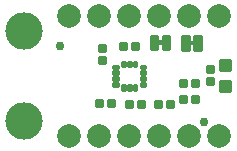
<source format=gts>
G04 EAGLE Gerber RS-274X export*
G75*
%MOMM*%
%FSLAX34Y34*%
%LPD*%
%INSoldermask Top*%
%IPPOS*%
%AMOC8*
5,1,8,0,0,1.08239X$1,22.5*%
G01*
%ADD10C,0.225369*%
%ADD11C,3.175000*%
%ADD12C,0.762000*%
%ADD13C,2.006600*%
%ADD14C,0.228344*%
%ADD15C,0.428259*%
%ADD16C,0.230578*%

G36*
X142178Y89547D02*
X142178Y89547D01*
X142244Y89549D01*
X142287Y89567D01*
X142334Y89575D01*
X142391Y89609D01*
X142451Y89634D01*
X142486Y89665D01*
X142527Y89690D01*
X142569Y89741D01*
X142617Y89785D01*
X142639Y89827D01*
X142668Y89864D01*
X142689Y89926D01*
X142720Y89985D01*
X142728Y90039D01*
X142740Y90076D01*
X142739Y90116D01*
X142747Y90170D01*
X142747Y92710D01*
X142736Y92775D01*
X142734Y92841D01*
X142716Y92884D01*
X142708Y92931D01*
X142674Y92988D01*
X142649Y93048D01*
X142618Y93083D01*
X142593Y93124D01*
X142542Y93166D01*
X142498Y93214D01*
X142456Y93236D01*
X142419Y93265D01*
X142357Y93286D01*
X142298Y93317D01*
X142244Y93325D01*
X142207Y93337D01*
X142167Y93336D01*
X142113Y93344D01*
X138303Y93344D01*
X138238Y93333D01*
X138172Y93331D01*
X138129Y93313D01*
X138082Y93305D01*
X138025Y93271D01*
X137965Y93246D01*
X137930Y93215D01*
X137889Y93190D01*
X137848Y93139D01*
X137799Y93095D01*
X137777Y93053D01*
X137748Y93016D01*
X137727Y92954D01*
X137696Y92895D01*
X137688Y92841D01*
X137676Y92804D01*
X137676Y92801D01*
X137677Y92764D01*
X137669Y92710D01*
X137669Y90170D01*
X137680Y90105D01*
X137682Y90039D01*
X137700Y89996D01*
X137708Y89949D01*
X137742Y89892D01*
X137767Y89832D01*
X137798Y89797D01*
X137823Y89756D01*
X137874Y89715D01*
X137918Y89666D01*
X137960Y89644D01*
X137997Y89615D01*
X138059Y89594D01*
X138118Y89563D01*
X138172Y89555D01*
X138209Y89543D01*
X138249Y89544D01*
X138303Y89536D01*
X142113Y89536D01*
X142178Y89547D01*
G37*
G36*
X168848Y89293D02*
X168848Y89293D01*
X168914Y89295D01*
X168957Y89313D01*
X169004Y89321D01*
X169061Y89355D01*
X169121Y89380D01*
X169156Y89411D01*
X169197Y89436D01*
X169239Y89487D01*
X169287Y89531D01*
X169309Y89573D01*
X169338Y89610D01*
X169359Y89672D01*
X169390Y89731D01*
X169398Y89785D01*
X169410Y89822D01*
X169409Y89862D01*
X169417Y89916D01*
X169417Y92456D01*
X169406Y92521D01*
X169404Y92587D01*
X169386Y92630D01*
X169378Y92677D01*
X169344Y92734D01*
X169319Y92794D01*
X169288Y92829D01*
X169263Y92870D01*
X169212Y92912D01*
X169168Y92960D01*
X169126Y92982D01*
X169089Y93011D01*
X169027Y93032D01*
X168968Y93063D01*
X168914Y93071D01*
X168877Y93083D01*
X168837Y93082D01*
X168783Y93090D01*
X164973Y93090D01*
X164908Y93079D01*
X164842Y93077D01*
X164799Y93059D01*
X164752Y93051D01*
X164695Y93017D01*
X164635Y92992D01*
X164600Y92961D01*
X164559Y92936D01*
X164518Y92885D01*
X164469Y92841D01*
X164447Y92799D01*
X164418Y92762D01*
X164397Y92700D01*
X164366Y92641D01*
X164358Y92587D01*
X164346Y92550D01*
X164346Y92547D01*
X164347Y92510D01*
X164339Y92456D01*
X164339Y89916D01*
X164350Y89851D01*
X164352Y89785D01*
X164370Y89742D01*
X164378Y89695D01*
X164412Y89638D01*
X164437Y89578D01*
X164468Y89543D01*
X164493Y89502D01*
X164544Y89461D01*
X164588Y89412D01*
X164630Y89390D01*
X164667Y89361D01*
X164729Y89340D01*
X164788Y89309D01*
X164842Y89301D01*
X164879Y89289D01*
X164919Y89290D01*
X164973Y89282D01*
X168783Y89282D01*
X168848Y89293D01*
G37*
D10*
X93567Y79550D02*
X93567Y74534D01*
X88551Y74534D01*
X88551Y79550D01*
X93567Y79550D01*
X93567Y76675D02*
X88551Y76675D01*
X88551Y78816D02*
X93567Y78816D01*
X93567Y84534D02*
X93567Y89550D01*
X93567Y84534D02*
X88551Y84534D01*
X88551Y89550D01*
X93567Y89550D01*
X93567Y86675D02*
X88551Y86675D01*
X88551Y88816D02*
X93567Y88816D01*
X116665Y90646D02*
X121681Y90646D01*
X121681Y85630D01*
X116665Y85630D01*
X116665Y90646D01*
X116665Y87771D02*
X121681Y87771D01*
X121681Y89912D02*
X116665Y89912D01*
X111681Y90646D02*
X106665Y90646D01*
X111681Y90646D02*
X111681Y85630D01*
X106665Y85630D01*
X106665Y90646D01*
X106665Y87771D02*
X111681Y87771D01*
X111681Y89912D02*
X106665Y89912D01*
D11*
X25400Y101600D03*
X25400Y25400D03*
D10*
X136256Y37053D02*
X141272Y37053D01*
X136256Y37053D02*
X136256Y42069D01*
X141272Y42069D01*
X141272Y37053D01*
X141272Y39194D02*
X136256Y39194D01*
X136256Y41335D02*
X141272Y41335D01*
X146256Y37053D02*
X151272Y37053D01*
X146256Y37053D02*
X146256Y42069D01*
X151272Y42069D01*
X151272Y37053D01*
X151272Y39194D02*
X146256Y39194D01*
X146256Y41335D02*
X151272Y41335D01*
X116380Y36672D02*
X111364Y36672D01*
X111364Y41688D01*
X116380Y41688D01*
X116380Y36672D01*
X116380Y38813D02*
X111364Y38813D01*
X111364Y40954D02*
X116380Y40954D01*
X121364Y36672D02*
X126380Y36672D01*
X121364Y36672D02*
X121364Y41688D01*
X126380Y41688D01*
X126380Y36672D01*
X126380Y38813D02*
X121364Y38813D01*
X121364Y40954D02*
X126380Y40954D01*
D12*
X55626Y88900D03*
X177800Y23876D03*
D10*
X101107Y42386D02*
X96091Y42386D01*
X101107Y42386D02*
X101107Y37370D01*
X96091Y37370D01*
X96091Y42386D01*
X96091Y39511D02*
X101107Y39511D01*
X101107Y41652D02*
X96091Y41652D01*
X91107Y42386D02*
X86091Y42386D01*
X91107Y42386D02*
X91107Y37370D01*
X86091Y37370D01*
X86091Y42386D01*
X86091Y39511D02*
X91107Y39511D01*
X91107Y41652D02*
X86091Y41652D01*
D13*
X190500Y12700D03*
X165100Y12700D03*
X139700Y12700D03*
X114300Y12700D03*
X88900Y12700D03*
X63500Y12700D03*
D14*
X158875Y85342D02*
X164467Y85342D01*
X158875Y85342D02*
X158875Y97030D01*
X164467Y97030D01*
X164467Y85342D01*
X164467Y87511D02*
X158875Y87511D01*
X158875Y89680D02*
X164467Y89680D01*
X164467Y91849D02*
X158875Y91849D01*
X158875Y94018D02*
X164467Y94018D01*
X164467Y96187D02*
X158875Y96187D01*
X169289Y85342D02*
X174881Y85342D01*
X169289Y85342D02*
X169289Y97030D01*
X174881Y97030D01*
X174881Y85342D01*
X174881Y87511D02*
X169289Y87511D01*
X169289Y89680D02*
X174881Y89680D01*
X174881Y91849D02*
X169289Y91849D01*
X169289Y94018D02*
X174881Y94018D01*
X174881Y96187D02*
X169289Y96187D01*
X148211Y97284D02*
X142619Y97284D01*
X148211Y97284D02*
X148211Y85596D01*
X142619Y85596D01*
X142619Y97284D01*
X142619Y87765D02*
X148211Y87765D01*
X148211Y89934D02*
X142619Y89934D01*
X142619Y92103D02*
X148211Y92103D01*
X148211Y94272D02*
X142619Y94272D01*
X142619Y96441D02*
X148211Y96441D01*
X137797Y97284D02*
X132205Y97284D01*
X137797Y97284D02*
X137797Y85596D01*
X132205Y85596D01*
X132205Y97284D01*
X132205Y87765D02*
X137797Y87765D01*
X137797Y89934D02*
X132205Y89934D01*
X132205Y92103D02*
X137797Y92103D01*
X137797Y94272D02*
X132205Y94272D01*
X132205Y96441D02*
X137797Y96441D01*
D13*
X63500Y114300D03*
X88900Y114300D03*
X114300Y114300D03*
X139700Y114300D03*
X165100Y114300D03*
X190500Y114300D03*
D15*
X191832Y68776D02*
X198820Y68776D01*
X191832Y68776D02*
X191832Y75764D01*
X198820Y75764D01*
X198820Y68776D01*
X198820Y72845D02*
X191832Y72845D01*
X191832Y51236D02*
X198820Y51236D01*
X191832Y51236D02*
X191832Y58224D01*
X198820Y58224D01*
X198820Y51236D01*
X198820Y55305D02*
X191832Y55305D01*
D10*
X185388Y56500D02*
X185388Y61516D01*
X185388Y56500D02*
X180372Y56500D01*
X180372Y61516D01*
X185388Y61516D01*
X185388Y58641D02*
X180372Y58641D01*
X180372Y60782D02*
X185388Y60782D01*
X185388Y66500D02*
X185388Y71516D01*
X185388Y66500D02*
X180372Y66500D01*
X180372Y71516D01*
X185388Y71516D01*
X185388Y68641D02*
X180372Y68641D01*
X180372Y70782D02*
X185388Y70782D01*
X172100Y59912D02*
X167084Y59912D01*
X172100Y59912D02*
X172100Y54896D01*
X167084Y54896D01*
X167084Y59912D01*
X167084Y57037D02*
X172100Y57037D01*
X172100Y59178D02*
X167084Y59178D01*
X162100Y59912D02*
X157084Y59912D01*
X162100Y59912D02*
X162100Y54896D01*
X157084Y54896D01*
X157084Y59912D01*
X157084Y57037D02*
X162100Y57037D01*
X162100Y59178D02*
X157084Y59178D01*
D16*
X127807Y56982D02*
X124043Y56982D01*
X127807Y56982D02*
X127807Y55018D01*
X124043Y55018D01*
X124043Y56982D01*
X124043Y61982D02*
X127807Y61982D01*
X127807Y60018D01*
X124043Y60018D01*
X124043Y61982D01*
X124043Y66982D02*
X127807Y66982D01*
X127807Y65018D01*
X124043Y65018D01*
X124043Y66982D01*
X124043Y71982D02*
X127807Y71982D01*
X127807Y70018D01*
X124043Y70018D01*
X124043Y71982D01*
X104557Y70018D02*
X100793Y70018D01*
X100793Y71982D01*
X104557Y71982D01*
X104557Y70018D01*
X104557Y65018D02*
X100793Y65018D01*
X100793Y66982D01*
X104557Y66982D01*
X104557Y65018D01*
X104557Y60018D02*
X100793Y60018D01*
X100793Y61982D01*
X104557Y61982D01*
X104557Y60018D01*
X104557Y55018D02*
X100793Y55018D01*
X100793Y56982D01*
X104557Y56982D01*
X104557Y55018D01*
X118318Y75382D02*
X120282Y75382D01*
X120282Y71618D01*
X118318Y71618D01*
X118318Y75382D01*
X118318Y73809D02*
X120282Y73809D01*
X115282Y75382D02*
X113318Y75382D01*
X115282Y75382D02*
X115282Y71618D01*
X113318Y71618D01*
X113318Y75382D01*
X113318Y73809D02*
X115282Y73809D01*
X110282Y75382D02*
X108318Y75382D01*
X110282Y75382D02*
X110282Y71618D01*
X108318Y71618D01*
X108318Y75382D01*
X108318Y73809D02*
X110282Y73809D01*
X110282Y51618D02*
X108318Y51618D01*
X108318Y55382D01*
X110282Y55382D01*
X110282Y51618D01*
X110282Y53809D02*
X108318Y53809D01*
X113318Y51618D02*
X115282Y51618D01*
X113318Y51618D02*
X113318Y55382D01*
X115282Y55382D01*
X115282Y51618D01*
X115282Y53809D02*
X113318Y53809D01*
X118318Y51618D02*
X120282Y51618D01*
X118318Y51618D02*
X118318Y55382D01*
X120282Y55382D01*
X120282Y51618D01*
X120282Y53809D02*
X118318Y53809D01*
D10*
X157084Y40926D02*
X162100Y40926D01*
X157084Y40926D02*
X157084Y45942D01*
X162100Y45942D01*
X162100Y40926D01*
X162100Y43067D02*
X157084Y43067D01*
X157084Y45208D02*
X162100Y45208D01*
X167084Y40926D02*
X172100Y40926D01*
X167084Y40926D02*
X167084Y45942D01*
X172100Y45942D01*
X172100Y40926D01*
X172100Y43067D02*
X167084Y43067D01*
X167084Y45208D02*
X172100Y45208D01*
M02*

</source>
